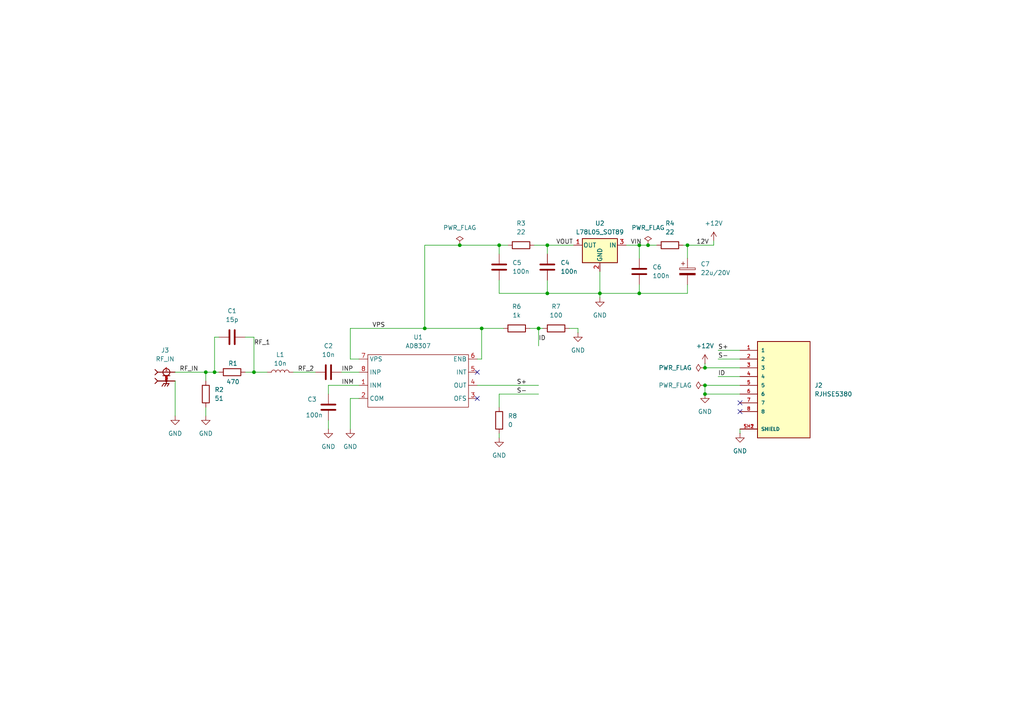
<source format=kicad_sch>
(kicad_sch (version 20250114) (generator "eeschema") (generator_version "9.0")
  (paper "A4")
  (lib_symbols
    (symbol "Device:C" (pin_numbers (hide yes)) (pin_names (offset 0.254))
      (property "Reference" "C" (at 0.635 2.54 0))
      (property "Value" "C" (at 0.635 -2.54 0))
      (symbol "C_0_1"
        (polyline (pts (xy -2.032 0.762) (xy 2.032 0.762)) (stroke (width 0.508)))
        (polyline (pts (xy -2.032 -0.762) (xy 2.032 -0.762)) (stroke (width 0.508)))
      )
      (symbol "C_1_1"
        (pin passive line (at 0 3.81 270) (length 2.794) (name "~") (number "1"))
        (pin passive line (at 0 -3.81 90) (length 2.794) (name "~") (number "2"))
      )
    )
    (symbol "Device:C_Polarized" (pin_numbers (hide yes)) (pin_names (offset 0.254))
      (property "Reference" "C" (at 0.635 2.54 0))
      (property "Value" "C_Polarized" (at 0.635 -2.54 0))
      (symbol "C_Polarized_0_1"
        (rectangle (start -2.286 0.508) (end 2.286 1.016))
        (polyline (pts (xy -1.778 2.286) (xy -0.762 2.286)))
        (polyline (pts (xy -1.27 2.794) (xy -1.27 1.778)))
        (rectangle (start 2.286 -0.508) (end -2.286 -1.016) (fill (type outline)))
      )
      (symbol "C_Polarized_1_1"
        (pin passive line (at 0 3.81 270) (length 2.794) (name "~") (number "1"))
        (pin passive line (at 0 -3.81 90) (length 2.794) (name "~") (number "2"))
      )
    )
    (symbol "Device:L" (pin_numbers (hide yes)) (pin_names (offset 1.016) (hide yes))
      (property "Reference" "L" (at -1.27 0 90))
      (property "Value" "L" (at 1.905 0 90))
      (symbol "L_0_1"
        (arc (start 0 2.54) (mid 0.6323 1.905) (end 0 1.27))
        (arc (start 0 1.27) (mid 0.6323 0.635) (end 0 0))
        (arc (start 0 0) (mid 0.6323 -0.635) (end 0 -1.27))
        (arc (start 0 -1.27) (mid 0.6323 -1.905) (end 0 -2.54))
      )
      (symbol "L_1_1"
        (pin passive line (at 0 3.81 270) (length 1.27) (name "1") (number "1"))
        (pin passive line (at 0 -3.81 90) (length 1.27) (name "2") (number "2"))
      )
    )
    (symbol "Device:R" (pin_numbers (hide yes)) (pin_names (offset 0))
      (property "Reference" "R" (at 2.032 0 90))
      (property "Value" "R" (at 0 0 90))
      (symbol "R_0_1"
        (rectangle (start -1.016 -2.54) (end 1.016 2.54) (stroke (width 0.254)))
      )
      (symbol "R_1_1"
        (pin passive line (at 0 3.81 270) (length 1.27) (name "~") (number "1"))
        (pin passive line (at 0 -3.81 90) (length 1.27) (name "~") (number "2"))
      )
    )
    (symbol "Regulator_Linear:L78L05_SOT89" (pin_names (offset 0.254))
      (property "Reference" "U" (at -3.81 3.175 0))
      (property "Value" "L78L05_SOT89" (at -0.635 3.175 0))
      (symbol "L78L05_SOT89_0_1"
        (rectangle (start -5.08 1.905) (end 5.08 -5.08) (stroke (width 0.254)) (fill (type background)))
      )
      (symbol "L78L05_SOT89_1_1"
        (pin power_in line (at -7.62 0 0) (length 2.54) (name "IN") (number "3"))
        (pin power_in line (at 0 -7.62 90) (length 2.54) (name "GND") (number "2"))
        (pin power_out line (at 7.62 0 180) (length 2.54) (name "OUT") (number "1"))
      )
    )
    (symbol "lb3th:AD8307"
      (property "Reference" "U" (at -10.16 8.89 0))
      (property "Value" "AD8307" (at 0 0 0))
      (symbol "AD8307_0_1"
        (rectangle (start -13.97 7.62) (end 15.24 -7.62))
      )
      (symbol "AD8307_1_1"
        (pin power_in line (at -16.51 6.35 0) (length 2.54) (name "VPS") (number "7"))
        (pin input line (at -16.51 2.54 0) (length 2.54) (name "INP") (number "8"))
        (pin input line (at -16.51 -1.27 0) (length 2.54) (name "INM") (number "1"))
        (pin power_in line (at -16.51 -5.08 0) (length 2.54) (name "COM") (number "2"))
        (pin input line (at 17.78 6.35 180) (length 2.54) (name "ENB") (number "6"))
        (pin input line (at 17.78 2.54 180) (length 2.54) (name "INT") (number "5"))
        (pin output line (at 17.78 -1.27 180) (length 2.54) (name "OUT") (number "4"))
        (pin input line (at 17.78 -5.08 180) (length 2.54) (name "OFS") (number "3"))
      )
    )
    (symbol "lb3th:RJHSE5380" (pin_names (offset 1.016))
      (property "Reference" "J" (at -7.62 13.462 0))
      (property "Value" "RJHSE5380" (at -7.62 -17.78 0))
      (symbol "RJHSE5380_0_0"
        (rectangle (start -7.62 -15.24) (end 7.62 12.7) (stroke (width 0.254)) (fill (type background)))
        (pin passive line (at -12.7 10.16 0) (length 5.08) (name "1") (number "1"))
        (pin passive line (at -12.7 7.62 0) (length 5.08) (name "2") (number "2"))
        (pin passive line (at -12.7 5.08 0) (length 5.08) (name "3") (number "3"))
        (pin passive line (at -12.7 2.54 0) (length 5.08) (name "4") (number "4"))
        (pin passive line (at -12.7 0 0) (length 5.08) (name "5") (number "5"))
        (pin passive line (at -12.7 -2.54 0) (length 5.08) (name "6") (number "6"))
        (pin passive line (at -12.7 -5.08 0) (length 5.08) (name "7") (number "7"))
        (pin passive line (at -12.7 -7.62 0) (length 5.08) (name "8") (number "8"))
        (pin passive line (at -12.7 -12.7 0) (length 5.08) (name "SHIELD") (number "SH1"))
        (pin passive line (at -12.7 -12.7 0) (length 5.08) (name "SHIELD") (number "SH2"))
      )
    )
    (symbol "lb3th:SMA-J-P-X-RA-TH1" (pin_names (offset 1.016))
      (property "Reference" "J" (at -3.81 4.064 0))
      (property "Value" "SMA-J-P-X-RA-TH1" (at -4.064 -4.318 0))
      (symbol "SMA-J-P-X-RA-TH1_0_0"
        (polyline (pts (xy -3.302 3.302) (xy -2.54 2.54)) (stroke (width 0.254)))
        (polyline (pts (xy -3.302 1.778) (xy -2.54 2.54)) (stroke (width 0.254)))
        (polyline (pts (xy -3.302 0.762) (xy -2.54 0)) (stroke (width 0.254)))
        (polyline (pts (xy -3.302 -0.762) (xy -2.54 0)) (stroke (width 0.254)))
        (polyline (pts (xy -2.54 2.54) (xy 2.54 2.54)) (stroke (width 0.254)))
        (polyline (pts (xy -2.54 0) (xy 0 0)) (stroke (width 0.254)))
        (polyline (pts (xy -1.016 1.524) (xy 0 1.524)) (stroke (width 0.254)))
        (polyline (pts (xy -0.762 -0.762) (xy -1.27 -1.524)) (stroke (width 0.254)))
        (circle (center 0 2.54) (radius 1.016) (stroke (width 0.254)))
        (polyline (pts (xy 0 1.524) (xy 0 0)) (stroke (width 0.254)))
        (polyline (pts (xy 0 1.524) (xy 1.016 1.524)) (stroke (width 0.254)))
        (polyline (pts (xy 0 0) (xy -2.286 0)) (stroke (width 0.254)))
        (polyline (pts (xy 0 0) (xy 0 -0.762)) (stroke (width 0.254)))
        (circle (center 0 0) (radius 0.254) (stroke (width 0.254)))
        (polyline (pts (xy 0 -0.762) (xy -0.762 -0.762)) (stroke (width 0.254)))
        (polyline (pts (xy 0 -0.762) (xy -0.508 -1.524)) (stroke (width 0.254)))
        (polyline (pts (xy 0 -0.762) (xy 0.762 -0.762)) (stroke (width 0.254)))
        (polyline (pts (xy 0.762 -0.762) (xy 0.254 -1.524)) (stroke (width 0.254)))
        (polyline (pts (xy 2.54 0) (xy 0 0)) (stroke (width 0.254)))
        (pin passive line (at 2.54 0 180) (length 5.08) (name "~") (number "2"))
        (pin passive line (at 2.54 0 180) (length 5.08) (name "~") (number "3"))
        (pin passive line (at 2.54 0 180) (length 5.08) (name "~") (number "4"))
        (pin passive line (at 2.54 0 180) (length 5.08) (name "~") (number "5"))
      )
      (symbol "SMA-J-P-X-RA-TH1_1_0"
        (pin passive line (at 2.54 2.54 180) (length 5.08) (name "~") (number "1"))
      )
    )
    (symbol "power:+12V" (power) (pin_numbers (hide yes)) (pin_names (offset 0) (hide yes))
      (property "Value" "+12V" (at 0 3.556 0))
      (symbol "+12V_0_1"
        (polyline (pts (xy -0.762 1.27) (xy 0 2.54)))
        (polyline (pts (xy 0 2.54) (xy 0.762 1.27)))
        (polyline (pts (xy 0 0) (xy 0 2.54)))
      )
      (symbol "+12V_1_1"
        (pin power_in line (at 0 0 90) (length 0) (name "~") (number "1"))
      )
    )
    (symbol "power:GND" (power) (pin_numbers (hide yes)) (pin_names (offset 0) (hide yes))
      (property "Value" "GND" (at 0 -3.81 0))
      (symbol "GND_0_1"
        (polyline (pts (xy 0 0) (xy 0 -1.27) (xy 1.27 -1.27) (xy 0 -2.54) (xy -1.27 -1.27) (xy 0 -1.27)))
      )
      (symbol "GND_1_1"
        (pin power_in line (at 0 0 270) (length 0) (name "~") (number "1"))
      )
    )
    (symbol "power:PWR_FLAG" (power) (pin_numbers (hide yes)) (pin_names (offset 0) (hide yes))
      (property "Value" "PWR_FLAG" (at 0 3.81 0))
      (symbol "PWR_FLAG_0_0"
        (pin power_out line (at 0 0 90) (length 0) (name "~") (number "1"))
      )
      (symbol "PWR_FLAG_0_1"
        (polyline (pts (xy 0 0) (xy 0 1.27) (xy -1.016 1.905) (xy 0 2.54) (xy 1.016 1.905) (xy 0 1.27)))
      )
    )
  )
  (junction (at 133.35 71.12))
  (junction (at 185.42 85.09))
  (junction (at 158.75 85.09))
  (junction (at 199.39 71.12))
  (junction (at 62.23 107.95))
  (junction (at 204.47 106.68))
  (junction (at 185.42 71.12))
  (junction (at 204.47 111.76))
  (junction (at 139.7 95.25))
  (junction (at 144.78 71.12))
  (junction (at 73.66 107.95))
  (junction (at 204.47 114.3))
  (junction (at 173.99 85.09))
  (junction (at 187.96 71.12))
  (junction (at 158.75 71.12))
  (junction (at 59.69 107.95))
  (junction (at 156.21 95.25))
  (junction (at 123.19 95.25))
  (no_connect (at 214.63 119.38))
  (no_connect (at 138.43 115.57))
  (no_connect (at 138.43 107.95))
  (no_connect (at 214.63 116.84))
  (wire (pts (xy 85.09 107.95) (xy 91.44 107.95)))
  (wire (pts (xy 204.47 111.76) (xy 204.47 114.3)))
  (wire (pts (xy 101.6 104.14) (xy 101.6 95.25)))
  (wire (pts (xy 50.8 110.49) (xy 50.8 120.65)))
  (wire (pts (xy 208.28 104.14) (xy 214.63 104.14)))
  (wire (pts (xy 199.39 82.55) (xy 199.39 85.09)))
  (wire (pts (xy 214.63 106.68) (xy 204.47 106.68)))
  (wire (pts (xy 73.66 97.79) (xy 73.66 107.95)))
  (wire (pts (xy 62.23 97.79) (xy 62.23 107.95)))
  (wire (pts (xy 156.21 95.25) (xy 157.48 95.25)))
  (wire (pts (xy 62.23 107.95) (xy 63.5 107.95)))
  (wire (pts (xy 104.14 111.76) (xy 95.25 111.76)))
  (wire (pts (xy 185.42 82.55) (xy 185.42 85.09)))
  (wire (pts (xy 199.39 71.12) (xy 199.39 74.93)))
  (wire (pts (xy 104.14 104.14) (xy 101.6 104.14)))
  (wire (pts (xy 59.69 107.95) (xy 59.69 110.49)))
  (wire (pts (xy 71.12 97.79) (xy 73.66 97.79)))
  (wire (pts (xy 101.6 95.25) (xy 123.19 95.25)))
  (wire (pts (xy 181.61 71.12) (xy 185.42 71.12)))
  (wire (pts (xy 95.25 121.92) (xy 95.25 124.46)))
  (wire (pts (xy 214.63 111.76) (xy 204.47 111.76)))
  (wire (pts (xy 99.06 107.95) (xy 104.14 107.95)))
  (wire (pts (xy 165.1 95.25) (xy 167.64 95.25)))
  (wire (pts (xy 199.39 71.12) (xy 207.01 71.12)))
  (wire (pts (xy 153.67 95.25) (xy 156.21 95.25)))
  (wire (pts (xy 154.94 71.12) (xy 158.75 71.12)))
  (wire (pts (xy 173.99 85.09) (xy 173.99 86.36)))
  (wire (pts (xy 204.47 105.41) (xy 204.47 106.68)))
  (wire (pts (xy 144.78 81.28) (xy 144.78 85.09)))
  (wire (pts (xy 187.96 71.12) (xy 190.5 71.12)))
  (wire (pts (xy 185.42 71.12) (xy 187.96 71.12)))
  (wire (pts (xy 101.6 115.57) (xy 101.6 124.46)))
  (wire (pts (xy 144.78 71.12) (xy 144.78 73.66)))
  (wire (pts (xy 156.21 95.25) (xy 156.21 100.33)))
  (wire (pts (xy 199.39 85.09) (xy 185.42 85.09)))
  (wire (pts (xy 123.19 71.12) (xy 123.19 95.25)))
  (wire (pts (xy 123.19 95.25) (xy 139.7 95.25)))
  (wire (pts (xy 198.12 71.12) (xy 199.39 71.12)))
  (wire (pts (xy 123.19 71.12) (xy 133.35 71.12)))
  (wire (pts (xy 50.8 107.95) (xy 59.69 107.95)))
  (wire (pts (xy 185.42 71.12) (xy 185.42 74.93)))
  (wire (pts (xy 158.75 71.12) (xy 166.37 71.12)))
  (wire (pts (xy 185.42 85.09) (xy 173.99 85.09)))
  (wire (pts (xy 144.78 125.73) (xy 144.78 127)))
  (wire (pts (xy 138.43 111.76) (xy 156.21 111.76)))
  (wire (pts (xy 147.32 71.12) (xy 144.78 71.12)))
  (wire (pts (xy 208.28 109.22) (xy 214.63 109.22)))
  (wire (pts (xy 208.28 101.6) (xy 214.63 101.6)))
  (wire (pts (xy 144.78 118.11) (xy 144.78 114.3)))
  (wire (pts (xy 144.78 85.09) (xy 158.75 85.09)))
  (wire (pts (xy 158.75 81.28) (xy 158.75 85.09)))
  (wire (pts (xy 73.66 107.95) (xy 77.47 107.95)))
  (wire (pts (xy 139.7 95.25) (xy 139.7 104.14)))
  (wire (pts (xy 167.64 95.25) (xy 167.64 96.52)))
  (wire (pts (xy 207.01 69.85) (xy 207.01 71.12)))
  (wire (pts (xy 133.35 71.12) (xy 144.78 71.12)))
  (wire (pts (xy 71.12 107.95) (xy 73.66 107.95)))
  (wire (pts (xy 63.5 97.79) (xy 62.23 97.79)))
  (wire (pts (xy 139.7 104.14) (xy 138.43 104.14)))
  (wire (pts (xy 59.69 107.95) (xy 62.23 107.95)))
  (wire (pts (xy 204.47 114.3) (xy 214.63 114.3)))
  (wire (pts (xy 158.75 85.09) (xy 173.99 85.09)))
  (wire (pts (xy 158.75 71.12) (xy 158.75 73.66)))
  (wire (pts (xy 173.99 78.74) (xy 173.99 85.09)))
  (wire (pts (xy 59.69 118.11) (xy 59.69 120.65)))
  (wire (pts (xy 139.7 95.25) (xy 146.05 95.25)))
  (wire (pts (xy 214.63 124.46) (xy 214.63 125.73)))
  (wire (pts (xy 144.78 114.3) (xy 156.21 114.3)))
  (wire (pts (xy 104.14 115.57) (xy 101.6 115.57)))
  (wire (pts (xy 95.25 111.76) (xy 95.25 114.3)))
  (label "ID" (at 208.28 109.22 0))
  (label "INP" (at 99.06 107.95 0))
  (label "RF_IN" (at 52.07 107.95 0))
  (label "VPS" (at 107.95 95.25 0))
  (label "INM" (at 99.06 111.76 0))
  (label "VIN" (at 182.88 71.12 0))
  (label "S-" (at 208.28 104.14 0))
  (label "RF_1" (at 73.66 100.33 0))
  (label "S+" (at 208.28 101.6 0))
  (label "RF_2" (at 86.36 107.95 0))
  (label "ID" (at 156.21 99.06 0))
  (label "S-" (at 149.86 114.3 0))
  (label "12V" (at 201.93 71.12 0))
  (label "VOUT" (at 161.29 71.12 0))
  (label "S+" (at 149.86 111.76 0))
  (symbol (lib_id "power:GND") (at 167.64 96.52 0) (unit 1)
    (property "Reference" "#PWR07" (effects (hide yes)))
    (property "Value" "GND" (at 167.64 101.6 0))
    (property "Description" "Power symbol creates a global label with name \"GND\" , ground" (effects (hide yes)))
  )
  (symbol (lib_id "power:+12V") (at 204.47 105.41 0) (unit 1)
    (property "Reference" "#PWR010" (effects (hide yes)))
    (property "Value" "+12V" (at 204.47 100.33 0))
    (property "Description" "Power symbol creates a global label with name \"+12V\"" (effects (hide yes)))
  )
  (symbol (lib_id "power:GND") (at 214.63 125.73 0) (unit 1)
    (property "Reference" "#PWR012" (effects (hide yes)))
    (property "Value" "GND" (at 214.63 130.81 0))
    (property "Description" "Power symbol creates a global label with name \"GND\" , ground" (effects (hide yes)))
  )
  (symbol (lib_id "Device:C") (at 95.25 118.11 0) (unit 1)
    (property "Reference" "C3" (at 89.154 115.824 0) (effects (justify left)))
    (property "Value" "100n" (at 88.646 120.396 0) (effects (justify left)))
    (property "Footprint" "Capacitor_SMD:C_0603_1608Metric" (effects (hide yes)))
    (property "Description" "Unpolarized capacitor" (effects (hide yes)))
  )
  (symbol (lib_id "power:GND") (at 59.69 120.65 0) (unit 1)
    (property "Reference" "#PWR02" (effects (hide yes)))
    (property "Value" "GND" (at 59.69 125.73 0))
    (property "Description" "Power symbol creates a global label with name \"GND\" , ground" (effects (hide yes)))
  )
  (symbol (lib_id "Regulator_Linear:L78L05_SOT89") (at 173.99 71.12 0) (mirror y) (unit 1)
    (property "Reference" "U2" (at 173.99 64.77 0))
    (property "Value" "L78L05_SOT89" (at 173.99 67.31 0))
    (property "Footprint" "Package_TO_SOT_SMD:SOT-89-3" (effects (hide yes)))
    (property "Datasheet" "http://www.st.com/content/ccc/resource/technical/document/datasheet/15/55/e5/aa/23/5b/43/fd/CD00000446.pdf/files/CD00000446.pdf/jcr:content/translations/en.CD00000446.pdf" (effects (hide yes)))
    (property "Description" "Positive 100mA 30V Linear Regulator, Fixed Output 5V, SOT-89" (effects (hide yes)))
  )
  (symbol (lib_id "lb3th:RJHSE5380") (at 227.33 111.76 0) (unit 1)
    (property "Reference" "J2" (at 236.22 111.7599 0) (effects (justify left)))
    (property "Value" "RJHSE5380" (at 236.22 114.2999 0) (effects (justify left)))
    (property "Footprint" "lb3th:AMPHENOL_RJHSE5380" (effects (hide yes)))
    (property "MF" "Amphenol ICC (Commercial Products)" (effects (hide yes)))
    (property "MAXIMUM_PACKAGE_HEIGHT" "13.46mm" (effects (hide yes)))
    (property "Package" "None" (effects (hide yes)))
    (property "Price" "None" (effects (hide yes)))
    (property "Check_prices" "https://www.snapeda.com/parts/RJHSE-5380/Amphenol/view-part/?ref=eda" (effects (hide yes)))
    (property "STANDARD" "Manufacturer Recommendations" (effects (hide yes)))
    (property "PARTREV" "B" (effects (hide yes)))
    (property "SnapEDA_Link" "https://www.snapeda.com/parts/RJHSE-5380/Amphenol/view-part/?ref=snap" (effects (hide yes)))
    (property "MP" "RJHSE-5380" (effects (hide yes)))
    (property "Description_1" "Connector mod jack rt angle pcb shielded led1-n led2-n single port rj-45 | Amphenol Commercial (Amphenol CS) RJHSE-5380" (effects (hide yes)))
    (property "Availability" "In Stock" (effects (hide yes)))
    (property "MANUFACTURER" "Amphenol" (effects (hide yes)))
  )
  (symbol (lib_id "power:+12V") (at 207.01 69.85 0) (unit 1)
    (property "Reference" "#PWR09" (effects (hide yes)))
    (property "Value" "+12V" (at 207.01 64.77 0))
    (property "Description" "Power symbol creates a global label with name \"+12V\"" (effects (hide yes)))
  )
  (symbol (lib_id "power:GND") (at 204.47 114.3 0) (unit 1)
    (property "Reference" "#PWR011" (effects (hide yes)))
    (property "Value" "GND" (at 204.47 119.38 0))
    (property "Description" "Power symbol creates a global label with name \"GND\" , ground" (effects (hide yes)))
  )
  (symbol (lib_id "power:GND") (at 50.8 120.65 0) (unit 1)
    (property "Reference" "#PWR01" (effects (hide yes)))
    (property "Value" "GND" (at 50.8 125.73 0))
    (property "Description" "Power symbol creates a global label with name \"GND\" , ground" (effects (hide yes)))
  )
  (symbol (lib_id "lb3th:SMA-J-P-X-RA-TH1") (at 48.26 110.49 0) (unit 1)
    (property "Reference" "J3" (at 47.879 101.6 0))
    (property "Value" "RF_IN" (at 47.879 104.14 0))
    (property "Footprint" "lb3th:SAMTEC_SMA-J-P-X-RA-TH1" (effects (hide yes)))
    (property "MF" "Samtec" (effects (hide yes)))
    (property "MAXIMUM_PACKAGE_HEIGHT" "9.86mm" (effects (hide yes)))
    (property "Package" "None" (effects (hide yes)))
    (property "Price" "None" (effects (hide yes)))
    (property "Check_prices" "https://www.snapeda.com/parts/SMA-J-P-H-RA-TH1/Samtec+Inc./view-part/?ref=eda" (effects (hide yes)))
    (property "STANDARD" "Manufacturer Recommendations" (effects (hide yes)))
    (property "PARTREV" "K" (effects (hide yes)))
    (property "SnapEDA_Link" "https://www.snapeda.com/parts/SMA-J-P-H-RA-TH1/Samtec+Inc./view-part/?ref=snap" (effects (hide yes)))
    (property "MP" "SMA-J-P-H-RA-TH1" (effects (hide yes)))
    (property "Description_1" "SMA Connector Jack, Female Socket 50 Ohms Through Hole, Right Angle Solder" (effects (hide yes)))
    (property "Availability" "In Stock" (effects (hide yes)))
    (property "MANUFACTURER" "Samtec" (effects (hide yes)))
  )
  (symbol (lib_id "power:GND") (at 173.99 86.36 0) (unit 1)
    (property "Reference" "#PWR05" (effects (hide yes)))
    (property "Value" "GND" (at 173.99 91.44 0))
    (property "Description" "Power symbol creates a global label with name \"GND\" , ground" (effects (hide yes)))
  )
  (symbol (lib_id "Device:C") (at 67.31 97.79 90) (unit 1)
    (property "Reference" "C1" (at 67.31 90.17 90))
    (property "Value" "15p" (at 67.31 92.71 90))
    (property "Footprint" "Capacitor_SMD:C_0603_1608Metric" (effects (hide yes)))
    (property "Description" "Unpolarized capacitor" (effects (hide yes)))
  )
  (symbol (lib_id "Device:C") (at 95.25 107.95 90) (unit 1)
    (property "Reference" "C2" (at 95.25 100.33 90))
    (property "Value" "10n" (at 95.25 102.87 90))
    (property "Footprint" "Capacitor_SMD:C_0603_1608Metric" (effects (hide yes)))
    (property "Description" "Unpolarized capacitor" (effects (hide yes)))
  )
  (symbol (lib_id "power:GND") (at 101.6 124.46 0) (unit 1)
    (property "Reference" "#PWR04" (effects (hide yes)))
    (property "Value" "GND" (at 101.6 129.54 0))
    (property "Description" "Power symbol creates a global label with name \"GND\" , ground" (effects (hide yes)))
  )
  (symbol (lib_id "lb3th:AD8307") (at 120.65 110.49 0) (unit 1)
    (property "Reference" "U1" (at 121.285 97.79 0))
    (property "Value" "AD8307" (at 121.285 100.33 0))
    (property "Footprint" "Package_SO:SOIC-8_3.9x4.9mm_P1.27mm" (effects (hide yes)))
  )
  (symbol (lib_id "Device:R") (at 59.69 114.3 0) (unit 1)
    (property "Reference" "R2" (at 62.23 113.0299 0) (effects (justify left)))
    (property "Value" "51" (at 62.23 115.5699 0) (effects (justify left)))
    (property "Footprint" "Resistor_SMD:R_0603_1608Metric" (effects (hide yes)))
    (property "Description" "Resistor" (effects (hide yes)))
  )
  (symbol (lib_id "Device:C") (at 158.75 77.47 0) (unit 1)
    (property "Reference" "C4" (at 162.56 76.1999 0) (effects (justify left)))
    (property "Value" "100n" (at 162.56 78.7399 0) (effects (justify left)))
    (property "Footprint" "Capacitor_SMD:C_0805_2012Metric" (effects (hide yes)))
    (property "Description" "Unpolarized capacitor" (effects (hide yes)))
  )
  (symbol (lib_id "Device:L") (at 81.28 107.95 90) (unit 1)
    (property "Reference" "L1" (at 81.28 102.87 90))
    (property "Value" "10n" (at 81.28 105.41 90))
    (property "Footprint" "Inductor_SMD:L_0603_1608Metric" (effects (hide yes)))
    (property "Description" "Inductor" (effects (hide yes)))
  )
  (symbol (lib_id "power:PWR_FLAG") (at 204.47 106.68 90) (unit 1)
    (property "Reference" "#FLG01" (effects (hide yes)))
    (property "Value" "PWR_FLAG" (at 200.66 106.6799 90) (effects (justify left)))
    (property "Description" "Special symbol for telling ERC where power comes from" (effects (hide yes)))
  )
  (symbol (lib_id "Device:R") (at 144.78 121.92 0) (unit 1)
    (property "Reference" "R8" (at 147.32 120.6499 0) (effects (justify left)))
    (property "Value" "0" (at 147.32 123.1899 0) (effects (justify left)))
    (property "Footprint" "Resistor_SMD:R_0805_2012Metric" (effects (hide yes)))
    (property "Description" "Resistor" (effects (hide yes)))
  )
  (symbol (lib_id "Device:R") (at 149.86 95.25 90) (unit 1)
    (property "Reference" "R6" (at 149.86 88.9 90))
    (property "Value" "1k" (at 149.86 91.44 90))
    (property "Footprint" "Resistor_SMD:R_0805_2012Metric" (effects (hide yes)))
    (property "Description" "Resistor" (effects (hide yes)))
  )
  (symbol (lib_id "Device:R") (at 161.29 95.25 90) (unit 1)
    (property "Reference" "R7" (at 161.29 88.9 90))
    (property "Value" "100" (at 161.29 91.44 90))
    (property "Footprint" "Resistor_SMD:R_0805_2012Metric" (effects (hide yes)))
    (property "Description" "Resistor" (effects (hide yes)))
  )
  (symbol (lib_id "power:GND") (at 144.78 127 0) (unit 1)
    (property "Reference" "#PWR08" (effects (hide yes)))
    (property "Value" "GND" (at 144.78 132.08 0))
    (property "Description" "Power symbol creates a global label with name \"GND\" , ground" (effects (hide yes)))
  )
  (symbol (lib_id "power:PWR_FLAG") (at 187.96 71.12 0) (unit 1)
    (property "Reference" "#FLG04" (effects (hide yes)))
    (property "Value" "PWR_FLAG" (at 187.96 66.04 0))
    (property "Description" "Special symbol for telling ERC where power comes from" (effects (hide yes)))
  )
  (symbol (lib_id "Device:R") (at 194.31 71.12 90) (unit 1)
    (property "Reference" "R4" (at 194.31 64.77 90))
    (property "Value" "22" (at 194.31 67.31 90))
    (property "Footprint" "Resistor_SMD:R_0805_2012Metric" (effects (hide yes)))
    (property "Description" "Resistor" (effects (hide yes)))
  )
  (symbol (lib_id "Device:R") (at 151.13 71.12 90) (unit 1)
    (property "Reference" "R3" (at 151.13 64.77 90))
    (property "Value" "22" (at 151.13 67.31 90))
    (property "Footprint" "Resistor_SMD:R_0805_2012Metric" (effects (hide yes)))
    (property "Description" "Resistor" (effects (hide yes)))
  )
  (symbol (lib_id "Device:C") (at 144.78 77.47 0) (unit 1)
    (property "Reference" "C5" (at 148.59 76.1999 0) (effects (justify left)))
    (property "Value" "100n" (at 148.59 78.7399 0) (effects (justify left)))
    (property "Footprint" "Capacitor_SMD:C_0805_2012Metric" (effects (hide yes)))
    (property "Description" "Unpolarized capacitor" (effects (hide yes)))
  )
  (symbol (lib_id "Device:C") (at 185.42 78.74 0) (unit 1)
    (property "Reference" "C6" (at 189.23 77.4699 0) (effects (justify left)))
    (property "Value" "100n" (at 189.23 80.0099 0) (effects (justify left)))
    (property "Footprint" "Capacitor_SMD:C_0805_2012Metric" (effects (hide yes)))
    (property "Description" "Unpolarized capacitor" (effects (hide yes)))
  )
  (symbol (lib_id "Device:R") (at 67.31 107.95 90) (unit 1)
    (property "Reference" "R1" (at 67.564 105.41 90))
    (property "Value" "470" (at 67.564 110.744 90))
    (property "Footprint" "Resistor_SMD:R_0603_1608Metric" (effects (hide yes)))
    (property "Description" "Resistor" (effects (hide yes)))
  )
  (symbol (lib_id "power:GND") (at 95.25 124.46 0) (unit 1)
    (property "Reference" "#PWR03" (effects (hide yes)))
    (property "Value" "GND" (at 95.25 129.54 0))
    (property "Description" "Power symbol creates a global label with name \"GND\" , ground" (effects (hide yes)))
  )
  (symbol (lib_id "power:PWR_FLAG") (at 204.47 111.76 90) (unit 1)
    (property "Reference" "#FLG02" (effects (hide yes)))
    (property "Value" "PWR_FLAG" (at 200.66 111.7599 90) (effects (justify left)))
    (property "Description" "Special symbol for telling ERC where power comes from" (effects (hide yes)))
  )
  (symbol (lib_id "Device:C_Polarized") (at 199.39 78.74 0) (unit 1)
    (property "Reference" "C7" (at 203.2 76.5809 0) (effects (justify left)))
    (property "Value" "22u/20V" (at 203.2 79.1209 0) (effects (justify left)))
    (property "Footprint" "Capacitor_Tantalum_SMD:CP_EIA-3528-21_Kemet-B" (effects (hide yes)))
    (property "Description" "Polarized capacitor" (effects (hide yes)))
  )
  (symbol (lib_id "power:PWR_FLAG") (at 133.35 71.12 0) (unit 1)
    (property "Reference" "#FLG03" (effects (hide yes)))
    (property "Value" "PWR_FLAG" (at 133.35 66.04 0))
    (property "Description" "Special symbol for telling ERC where power comes from" (effects (hide yes)))
  )
)
</source>
